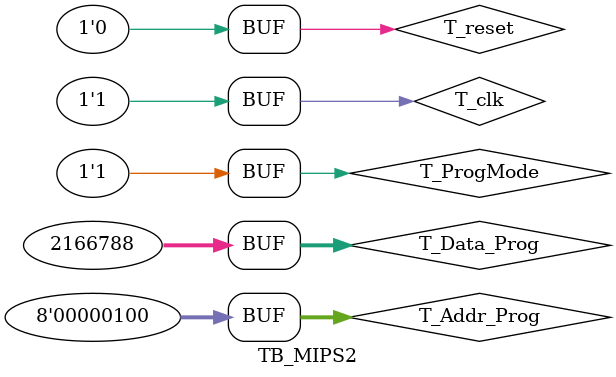
<source format=v>
`timescale 1ns/1ns
module TB_MIPS2;
	
	reg			T_reset;
	reg			T_clk;
	reg			T_ProgMode;
	reg	[7:0]	T_Addr_Prog;
	reg	[31:0]	T_Data_Prog;
	
	MIPS	DUT(
		.reset		(T_reset),
		.clk		(T_clk),
		.ProgMode	(T_ProgMode),
		.Addr_Prog	(T_Addr_Prog),
		.Data_Prog	(T_Data_Prog));
		
	always
	begin
		T_clk = 1'b0;
		#10;
		T_clk = 1'b1;
		#10;
	end
	
	initial
	begin
		T_Addr_Prog = 8'd0;
		T_Data_Prog = 32'd0;
		T_reset = 1'b1;
		T_ProgMode = 1'b0; // Program mode (Write)
		#20;
		T_reset = 1'b0;
		
		T_Addr_Prog = 8'd0;
		T_Data_Prog = 32'h10200005;
		#20;
		T_Addr_Prog = 8'd1;
		T_Data_Prog = 32'h10400003;
		#20;
		T_Addr_Prog = 8'd2;
		T_Data_Prog = 32'h4;
		#20;
		T_Addr_Prog = 8'd3;
		T_Data_Prog = 32'h811005;
		#20;
		T_Addr_Prog = 8'd4;
		T_Data_Prog = 32'h211004;
		#20;
		T_reset = 1'b1;
		T_ProgMode = 1'b1;
		#20;
		T_reset = 1'b0;
		#20;
		
	end
	
endmodule
</source>
